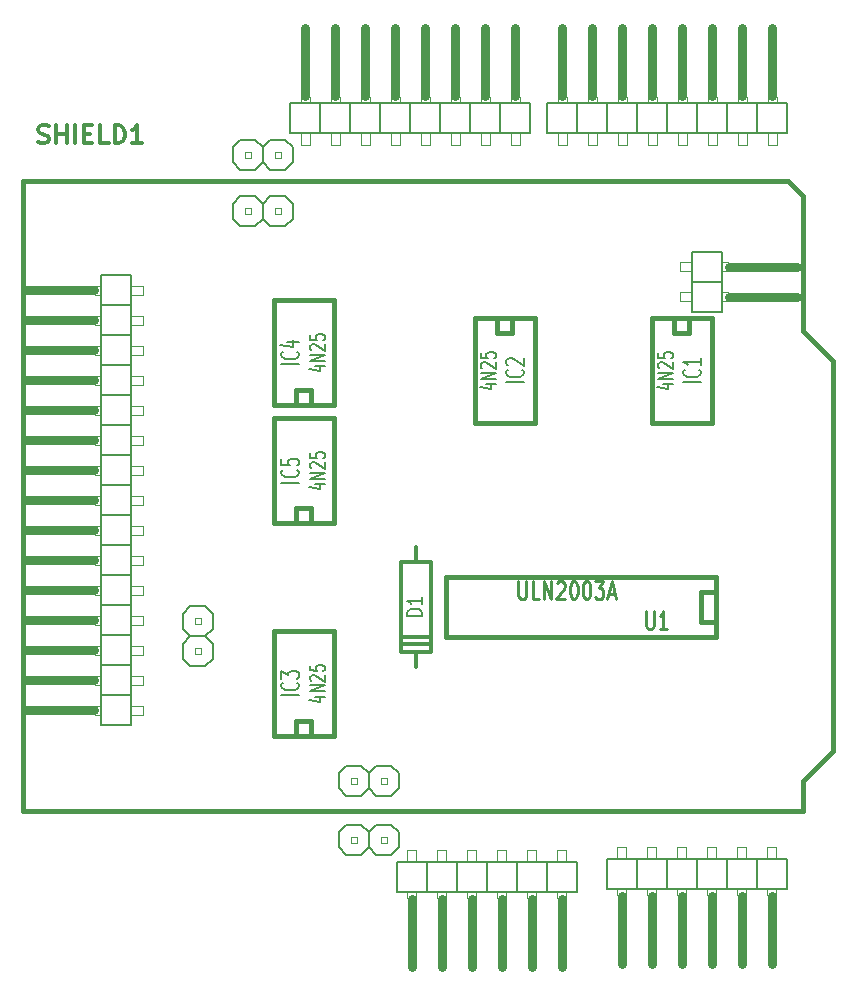
<source format=gto>
G04 (created by PCBNEW (2013-07-07 BZR 4022)-stable) date 19-01-2019 19:24:24*
%MOIN*%
G04 Gerber Fmt 3.4, Leading zero omitted, Abs format*
%FSLAX34Y34*%
G01*
G70*
G90*
G04 APERTURE LIST*
%ADD10C,0.00590551*%
%ADD11C,0.0026*%
%ADD12C,0.006*%
%ADD13C,0.03*%
%ADD14C,0.015*%
%ADD15C,0.012*%
%ADD16C,0.01125*%
%ADD17C,0.008*%
G04 APERTURE END LIST*
G54D10*
G54D11*
X61561Y-64039D02*
X61561Y-63739D01*
X61561Y-63739D02*
X61361Y-63739D01*
X61361Y-64039D02*
X61361Y-63739D01*
X61561Y-64039D02*
X61361Y-64039D01*
X61561Y-63039D02*
X61561Y-62739D01*
X61561Y-62739D02*
X61361Y-62739D01*
X61361Y-63039D02*
X61361Y-62739D01*
X61561Y-63039D02*
X61361Y-63039D01*
X61561Y-62039D02*
X61561Y-61739D01*
X61561Y-61739D02*
X61361Y-61739D01*
X61361Y-62039D02*
X61361Y-61739D01*
X61561Y-62039D02*
X61361Y-62039D01*
X61561Y-61039D02*
X61561Y-60739D01*
X61561Y-60739D02*
X61361Y-60739D01*
X61361Y-61039D02*
X61361Y-60739D01*
X61561Y-61039D02*
X61361Y-61039D01*
X61561Y-60039D02*
X61561Y-59738D01*
X61561Y-59738D02*
X61361Y-59738D01*
X61361Y-60039D02*
X61361Y-59738D01*
X61561Y-60039D02*
X61361Y-60039D01*
X61561Y-59039D02*
X61561Y-58739D01*
X61561Y-58739D02*
X61361Y-58739D01*
X61361Y-59039D02*
X61361Y-58739D01*
X61561Y-59039D02*
X61361Y-59039D01*
X61561Y-58039D02*
X61561Y-57739D01*
X61561Y-57739D02*
X61361Y-57739D01*
X61361Y-58039D02*
X61361Y-57739D01*
X61561Y-58039D02*
X61361Y-58039D01*
X61561Y-57039D02*
X61561Y-56739D01*
X61561Y-56739D02*
X61361Y-56739D01*
X61361Y-57039D02*
X61361Y-56739D01*
X61561Y-57039D02*
X61361Y-57039D01*
X61561Y-56039D02*
X61561Y-55739D01*
X61561Y-55739D02*
X61361Y-55739D01*
X61361Y-56039D02*
X61361Y-55739D01*
X61561Y-56039D02*
X61361Y-56039D01*
X61561Y-55039D02*
X61561Y-54739D01*
X61561Y-54739D02*
X61361Y-54739D01*
X61361Y-55039D02*
X61361Y-54739D01*
X61561Y-55039D02*
X61361Y-55039D01*
X61561Y-54040D02*
X61561Y-53739D01*
X61561Y-53739D02*
X61361Y-53739D01*
X61361Y-54040D02*
X61361Y-53739D01*
X61561Y-54040D02*
X61361Y-54040D01*
X61561Y-53039D02*
X61561Y-52739D01*
X61561Y-52739D02*
X61361Y-52739D01*
X61361Y-53039D02*
X61361Y-52739D01*
X61561Y-53039D02*
X61361Y-53039D01*
X61561Y-52039D02*
X61561Y-51739D01*
X61561Y-51739D02*
X61361Y-51739D01*
X61361Y-52039D02*
X61361Y-51739D01*
X61561Y-52039D02*
X61361Y-52039D01*
X61561Y-51039D02*
X61561Y-50739D01*
X61561Y-50739D02*
X61361Y-50739D01*
X61361Y-51039D02*
X61361Y-50739D01*
X61561Y-51039D02*
X61361Y-51039D01*
X61561Y-50039D02*
X61561Y-49739D01*
X61561Y-49739D02*
X61361Y-49739D01*
X61361Y-50039D02*
X61361Y-49739D01*
X61561Y-50039D02*
X61361Y-50039D01*
X62961Y-64039D02*
X62961Y-63739D01*
X62961Y-63739D02*
X62561Y-63739D01*
X62561Y-64039D02*
X62561Y-63739D01*
X62961Y-64039D02*
X62561Y-64039D01*
X62961Y-63039D02*
X62961Y-62739D01*
X62961Y-62739D02*
X62561Y-62739D01*
X62561Y-63039D02*
X62561Y-62739D01*
X62961Y-63039D02*
X62561Y-63039D01*
X62961Y-62039D02*
X62961Y-61739D01*
X62961Y-61739D02*
X62561Y-61739D01*
X62561Y-62039D02*
X62561Y-61739D01*
X62961Y-62039D02*
X62561Y-62039D01*
X62961Y-61039D02*
X62961Y-60739D01*
X62961Y-60739D02*
X62561Y-60739D01*
X62561Y-61039D02*
X62561Y-60739D01*
X62961Y-61039D02*
X62561Y-61039D01*
X62961Y-60039D02*
X62961Y-59738D01*
X62961Y-59738D02*
X62561Y-59738D01*
X62561Y-60039D02*
X62561Y-59738D01*
X62961Y-60039D02*
X62561Y-60039D01*
X62961Y-59039D02*
X62961Y-58739D01*
X62961Y-58739D02*
X62561Y-58739D01*
X62561Y-59039D02*
X62561Y-58739D01*
X62961Y-59039D02*
X62561Y-59039D01*
X62961Y-58039D02*
X62961Y-57739D01*
X62961Y-57739D02*
X62561Y-57739D01*
X62561Y-58039D02*
X62561Y-57739D01*
X62961Y-58039D02*
X62561Y-58039D01*
X62961Y-57039D02*
X62961Y-56739D01*
X62961Y-56739D02*
X62561Y-56739D01*
X62561Y-57039D02*
X62561Y-56739D01*
X62961Y-57039D02*
X62561Y-57039D01*
X62961Y-56039D02*
X62961Y-55739D01*
X62961Y-55739D02*
X62561Y-55739D01*
X62561Y-56039D02*
X62561Y-55739D01*
X62961Y-56039D02*
X62561Y-56039D01*
X62961Y-55039D02*
X62961Y-54739D01*
X62961Y-54739D02*
X62561Y-54739D01*
X62561Y-55039D02*
X62561Y-54739D01*
X62961Y-55039D02*
X62561Y-55039D01*
X62961Y-54040D02*
X62961Y-53739D01*
X62961Y-53739D02*
X62561Y-53739D01*
X62561Y-54040D02*
X62561Y-53739D01*
X62961Y-54040D02*
X62561Y-54040D01*
X62961Y-53039D02*
X62961Y-52739D01*
X62961Y-52739D02*
X62561Y-52739D01*
X62561Y-53039D02*
X62561Y-52739D01*
X62961Y-53039D02*
X62561Y-53039D01*
X62961Y-52039D02*
X62961Y-51739D01*
X62961Y-51739D02*
X62561Y-51739D01*
X62561Y-52039D02*
X62561Y-51739D01*
X62961Y-52039D02*
X62561Y-52039D01*
X62961Y-51039D02*
X62961Y-50739D01*
X62961Y-50739D02*
X62561Y-50739D01*
X62561Y-51039D02*
X62561Y-50739D01*
X62961Y-51039D02*
X62561Y-51039D01*
X62961Y-50039D02*
X62961Y-49739D01*
X62961Y-49739D02*
X62561Y-49739D01*
X62561Y-50039D02*
X62561Y-49739D01*
X62961Y-50039D02*
X62561Y-50039D01*
G54D12*
X62561Y-64389D02*
X62561Y-63389D01*
X62561Y-63389D02*
X61561Y-63389D01*
X61561Y-63389D02*
X61561Y-64389D01*
X61561Y-64389D02*
X62561Y-64389D01*
G54D13*
X59061Y-63889D02*
X61311Y-63889D01*
G54D12*
X62561Y-63389D02*
X62561Y-62389D01*
X62561Y-62389D02*
X61561Y-62389D01*
X61561Y-62389D02*
X61561Y-63389D01*
G54D13*
X59061Y-62889D02*
X61311Y-62889D01*
G54D12*
X62561Y-62389D02*
X62561Y-61389D01*
X62561Y-61389D02*
X61561Y-61389D01*
X61561Y-61389D02*
X61561Y-62389D01*
G54D13*
X59061Y-61889D02*
X61311Y-61889D01*
G54D12*
X62561Y-61389D02*
X62561Y-60389D01*
X62561Y-60389D02*
X61561Y-60389D01*
X61561Y-60389D02*
X61561Y-61389D01*
G54D13*
X59061Y-60889D02*
X61311Y-60889D01*
G54D12*
X62561Y-60389D02*
X62561Y-59389D01*
X62561Y-59389D02*
X61561Y-59389D01*
X61561Y-59389D02*
X61561Y-60389D01*
G54D13*
X59061Y-59889D02*
X61311Y-59889D01*
G54D12*
X62561Y-59389D02*
X62561Y-58389D01*
X62561Y-58389D02*
X61561Y-58389D01*
X61561Y-58389D02*
X61561Y-59389D01*
G54D13*
X59061Y-58889D02*
X61311Y-58889D01*
G54D12*
X62561Y-58389D02*
X62561Y-57389D01*
X62561Y-57389D02*
X61561Y-57389D01*
X61561Y-57389D02*
X61561Y-58389D01*
G54D13*
X59061Y-57889D02*
X61311Y-57889D01*
G54D12*
X62561Y-57389D02*
X62561Y-56389D01*
X62561Y-56389D02*
X61561Y-56389D01*
X61561Y-56389D02*
X61561Y-57389D01*
G54D13*
X59061Y-56889D02*
X61311Y-56889D01*
G54D12*
X62561Y-56389D02*
X62561Y-55389D01*
X62561Y-55389D02*
X61561Y-55389D01*
X61561Y-55389D02*
X61561Y-56389D01*
G54D13*
X59061Y-55889D02*
X61311Y-55889D01*
G54D12*
X62561Y-55389D02*
X62561Y-54389D01*
X62561Y-54389D02*
X61561Y-54389D01*
X61561Y-54389D02*
X61561Y-55389D01*
G54D13*
X59061Y-54889D02*
X61311Y-54889D01*
G54D12*
X62561Y-54389D02*
X62561Y-53389D01*
X62561Y-53389D02*
X61561Y-53389D01*
X61561Y-53389D02*
X61561Y-54389D01*
G54D13*
X59061Y-53889D02*
X61311Y-53889D01*
G54D12*
X62561Y-53389D02*
X62561Y-52389D01*
X62561Y-52389D02*
X61561Y-52389D01*
X61561Y-52389D02*
X61561Y-53389D01*
G54D13*
X59061Y-52889D02*
X61311Y-52889D01*
G54D12*
X62561Y-52389D02*
X62561Y-51389D01*
X62561Y-51389D02*
X61561Y-51389D01*
X61561Y-51389D02*
X61561Y-52389D01*
G54D13*
X59061Y-51889D02*
X61311Y-51889D01*
G54D12*
X62561Y-51389D02*
X62561Y-50389D01*
X62561Y-50389D02*
X61561Y-50389D01*
X61561Y-50389D02*
X61561Y-51389D01*
G54D13*
X59061Y-50889D02*
X61311Y-50889D01*
G54D12*
X62561Y-50389D02*
X62561Y-49389D01*
X62561Y-49389D02*
X61561Y-49389D01*
X61561Y-49389D02*
X61561Y-50389D01*
G54D13*
X59061Y-49889D02*
X61311Y-49889D01*
G54D11*
X76763Y-43647D02*
X77063Y-43647D01*
X77063Y-43647D02*
X77063Y-43447D01*
X76763Y-43447D02*
X77063Y-43447D01*
X76763Y-43647D02*
X76763Y-43447D01*
X77763Y-43647D02*
X78063Y-43647D01*
X78063Y-43647D02*
X78063Y-43447D01*
X77763Y-43447D02*
X78063Y-43447D01*
X77763Y-43647D02*
X77763Y-43447D01*
X78763Y-43647D02*
X79063Y-43647D01*
X79063Y-43647D02*
X79063Y-43447D01*
X78763Y-43447D02*
X79063Y-43447D01*
X78763Y-43647D02*
X78763Y-43447D01*
X79763Y-43647D02*
X80063Y-43647D01*
X80063Y-43647D02*
X80063Y-43447D01*
X79763Y-43447D02*
X80063Y-43447D01*
X79763Y-43647D02*
X79763Y-43447D01*
X80763Y-43647D02*
X81063Y-43647D01*
X81063Y-43647D02*
X81063Y-43447D01*
X80763Y-43447D02*
X81063Y-43447D01*
X80763Y-43647D02*
X80763Y-43447D01*
X81763Y-43647D02*
X82063Y-43647D01*
X82063Y-43647D02*
X82063Y-43447D01*
X81763Y-43447D02*
X82063Y-43447D01*
X81763Y-43647D02*
X81763Y-43447D01*
X82763Y-43647D02*
X83063Y-43647D01*
X83063Y-43647D02*
X83063Y-43447D01*
X82763Y-43447D02*
X83063Y-43447D01*
X82763Y-43647D02*
X82763Y-43447D01*
X83763Y-43647D02*
X84063Y-43647D01*
X84063Y-43647D02*
X84063Y-43447D01*
X83763Y-43447D02*
X84063Y-43447D01*
X83763Y-43647D02*
X83763Y-43447D01*
X76763Y-45047D02*
X77063Y-45047D01*
X77063Y-45047D02*
X77063Y-44647D01*
X76763Y-44647D02*
X77063Y-44647D01*
X76763Y-45047D02*
X76763Y-44647D01*
X77763Y-45047D02*
X78063Y-45047D01*
X78063Y-45047D02*
X78063Y-44647D01*
X77763Y-44647D02*
X78063Y-44647D01*
X77763Y-45047D02*
X77763Y-44647D01*
X78763Y-45047D02*
X79063Y-45047D01*
X79063Y-45047D02*
X79063Y-44647D01*
X78763Y-44647D02*
X79063Y-44647D01*
X78763Y-45047D02*
X78763Y-44647D01*
X79763Y-45047D02*
X80063Y-45047D01*
X80063Y-45047D02*
X80063Y-44647D01*
X79763Y-44647D02*
X80063Y-44647D01*
X79763Y-45047D02*
X79763Y-44647D01*
X80763Y-45047D02*
X81063Y-45047D01*
X81063Y-45047D02*
X81063Y-44647D01*
X80763Y-44647D02*
X81063Y-44647D01*
X80763Y-45047D02*
X80763Y-44647D01*
X81763Y-45047D02*
X82063Y-45047D01*
X82063Y-45047D02*
X82063Y-44647D01*
X81763Y-44647D02*
X82063Y-44647D01*
X81763Y-45047D02*
X81763Y-44647D01*
X82763Y-45047D02*
X83063Y-45047D01*
X83063Y-45047D02*
X83063Y-44647D01*
X82763Y-44647D02*
X83063Y-44647D01*
X82763Y-45047D02*
X82763Y-44647D01*
X83763Y-45047D02*
X84063Y-45047D01*
X84063Y-45047D02*
X84063Y-44647D01*
X83763Y-44647D02*
X84063Y-44647D01*
X83763Y-45047D02*
X83763Y-44647D01*
G54D12*
X76413Y-44647D02*
X77413Y-44647D01*
X77413Y-44647D02*
X77413Y-43647D01*
X77413Y-43647D02*
X76413Y-43647D01*
X76413Y-43647D02*
X76413Y-44647D01*
G54D13*
X76913Y-41147D02*
X76913Y-43397D01*
G54D12*
X77413Y-44647D02*
X78413Y-44647D01*
X78413Y-44647D02*
X78413Y-43647D01*
X78413Y-43647D02*
X77413Y-43647D01*
G54D13*
X77913Y-41147D02*
X77913Y-43397D01*
G54D12*
X78413Y-44647D02*
X79413Y-44647D01*
X79413Y-44647D02*
X79413Y-43647D01*
X79413Y-43647D02*
X78413Y-43647D01*
G54D13*
X78913Y-41147D02*
X78913Y-43397D01*
G54D12*
X79413Y-44647D02*
X80413Y-44647D01*
X80413Y-44647D02*
X80413Y-43647D01*
X80413Y-43647D02*
X79413Y-43647D01*
G54D13*
X79913Y-41147D02*
X79913Y-43397D01*
G54D12*
X80413Y-44647D02*
X81413Y-44647D01*
X81413Y-44647D02*
X81413Y-43647D01*
X81413Y-43647D02*
X80413Y-43647D01*
G54D13*
X80913Y-41147D02*
X80913Y-43397D01*
G54D12*
X81413Y-44647D02*
X82413Y-44647D01*
X82413Y-44647D02*
X82413Y-43647D01*
X82413Y-43647D02*
X81413Y-43647D01*
G54D13*
X81913Y-41147D02*
X81913Y-43397D01*
G54D12*
X82413Y-44647D02*
X83413Y-44647D01*
X83413Y-44647D02*
X83413Y-43647D01*
X83413Y-43647D02*
X82413Y-43647D01*
G54D13*
X82913Y-41147D02*
X82913Y-43397D01*
G54D12*
X83413Y-44647D02*
X84413Y-44647D01*
X84413Y-44647D02*
X84413Y-43647D01*
X84413Y-43647D02*
X83413Y-43647D01*
G54D13*
X83913Y-41147D02*
X83913Y-43397D01*
G54D11*
X68200Y-43647D02*
X68500Y-43647D01*
X68500Y-43647D02*
X68500Y-43447D01*
X68200Y-43447D02*
X68500Y-43447D01*
X68200Y-43647D02*
X68200Y-43447D01*
X69200Y-43647D02*
X69500Y-43647D01*
X69500Y-43647D02*
X69500Y-43447D01*
X69200Y-43447D02*
X69500Y-43447D01*
X69200Y-43647D02*
X69200Y-43447D01*
X70200Y-43647D02*
X70500Y-43647D01*
X70500Y-43647D02*
X70500Y-43447D01*
X70200Y-43447D02*
X70500Y-43447D01*
X70200Y-43647D02*
X70200Y-43447D01*
X71200Y-43647D02*
X71500Y-43647D01*
X71500Y-43647D02*
X71500Y-43447D01*
X71200Y-43447D02*
X71500Y-43447D01*
X71200Y-43647D02*
X71200Y-43447D01*
X72200Y-43647D02*
X72500Y-43647D01*
X72500Y-43647D02*
X72500Y-43447D01*
X72200Y-43447D02*
X72500Y-43447D01*
X72200Y-43647D02*
X72200Y-43447D01*
X73200Y-43647D02*
X73500Y-43647D01*
X73500Y-43647D02*
X73500Y-43447D01*
X73200Y-43447D02*
X73500Y-43447D01*
X73200Y-43647D02*
X73200Y-43447D01*
X74200Y-43647D02*
X74500Y-43647D01*
X74500Y-43647D02*
X74500Y-43447D01*
X74200Y-43447D02*
X74500Y-43447D01*
X74200Y-43647D02*
X74200Y-43447D01*
X75200Y-43647D02*
X75500Y-43647D01*
X75500Y-43647D02*
X75500Y-43447D01*
X75200Y-43447D02*
X75500Y-43447D01*
X75200Y-43647D02*
X75200Y-43447D01*
X68200Y-45047D02*
X68500Y-45047D01*
X68500Y-45047D02*
X68500Y-44647D01*
X68200Y-44647D02*
X68500Y-44647D01*
X68200Y-45047D02*
X68200Y-44647D01*
X69200Y-45047D02*
X69500Y-45047D01*
X69500Y-45047D02*
X69500Y-44647D01*
X69200Y-44647D02*
X69500Y-44647D01*
X69200Y-45047D02*
X69200Y-44647D01*
X70200Y-45047D02*
X70500Y-45047D01*
X70500Y-45047D02*
X70500Y-44647D01*
X70200Y-44647D02*
X70500Y-44647D01*
X70200Y-45047D02*
X70200Y-44647D01*
X71200Y-45047D02*
X71500Y-45047D01*
X71500Y-45047D02*
X71500Y-44647D01*
X71200Y-44647D02*
X71500Y-44647D01*
X71200Y-45047D02*
X71200Y-44647D01*
X72200Y-45047D02*
X72500Y-45047D01*
X72500Y-45047D02*
X72500Y-44647D01*
X72200Y-44647D02*
X72500Y-44647D01*
X72200Y-45047D02*
X72200Y-44647D01*
X73200Y-45047D02*
X73500Y-45047D01*
X73500Y-45047D02*
X73500Y-44647D01*
X73200Y-44647D02*
X73500Y-44647D01*
X73200Y-45047D02*
X73200Y-44647D01*
X74200Y-45047D02*
X74500Y-45047D01*
X74500Y-45047D02*
X74500Y-44647D01*
X74200Y-44647D02*
X74500Y-44647D01*
X74200Y-45047D02*
X74200Y-44647D01*
X75200Y-45047D02*
X75500Y-45047D01*
X75500Y-45047D02*
X75500Y-44647D01*
X75200Y-44647D02*
X75500Y-44647D01*
X75200Y-45047D02*
X75200Y-44647D01*
G54D12*
X67850Y-44647D02*
X68850Y-44647D01*
X68850Y-44647D02*
X68850Y-43647D01*
X68850Y-43647D02*
X67850Y-43647D01*
X67850Y-43647D02*
X67850Y-44647D01*
G54D13*
X68350Y-41147D02*
X68350Y-43397D01*
G54D12*
X68850Y-44647D02*
X69850Y-44647D01*
X69850Y-44647D02*
X69850Y-43647D01*
X69850Y-43647D02*
X68850Y-43647D01*
G54D13*
X69350Y-41147D02*
X69350Y-43397D01*
G54D12*
X69850Y-44647D02*
X70850Y-44647D01*
X70850Y-44647D02*
X70850Y-43647D01*
X70850Y-43647D02*
X69850Y-43647D01*
G54D13*
X70350Y-41147D02*
X70350Y-43397D01*
G54D12*
X70850Y-44647D02*
X71850Y-44647D01*
X71850Y-44647D02*
X71850Y-43647D01*
X71850Y-43647D02*
X70850Y-43647D01*
G54D13*
X71350Y-41147D02*
X71350Y-43397D01*
G54D12*
X71850Y-44647D02*
X72850Y-44647D01*
X72850Y-44647D02*
X72850Y-43647D01*
X72850Y-43647D02*
X71850Y-43647D01*
G54D13*
X72350Y-41147D02*
X72350Y-43397D01*
G54D12*
X72850Y-44647D02*
X73850Y-44647D01*
X73850Y-44647D02*
X73850Y-43647D01*
X73850Y-43647D02*
X72850Y-43647D01*
G54D13*
X73350Y-41147D02*
X73350Y-43397D01*
G54D12*
X73850Y-44647D02*
X74850Y-44647D01*
X74850Y-44647D02*
X74850Y-43647D01*
X74850Y-43647D02*
X73850Y-43647D01*
G54D13*
X74350Y-41147D02*
X74350Y-43397D01*
G54D12*
X74850Y-44647D02*
X75850Y-44647D01*
X75850Y-44647D02*
X75850Y-43647D01*
X75850Y-43647D02*
X74850Y-43647D01*
G54D13*
X75350Y-41147D02*
X75350Y-43397D01*
G54D11*
X77059Y-69935D02*
X76759Y-69935D01*
X76759Y-69935D02*
X76759Y-70135D01*
X77059Y-70135D02*
X76759Y-70135D01*
X77059Y-69935D02*
X77059Y-70135D01*
X76059Y-69935D02*
X75759Y-69935D01*
X75759Y-69935D02*
X75759Y-70135D01*
X76059Y-70135D02*
X75759Y-70135D01*
X76059Y-69935D02*
X76059Y-70135D01*
X75059Y-69935D02*
X74759Y-69935D01*
X74759Y-69935D02*
X74759Y-70135D01*
X75059Y-70135D02*
X74759Y-70135D01*
X75059Y-69935D02*
X75059Y-70135D01*
X74059Y-69935D02*
X73759Y-69935D01*
X73759Y-69935D02*
X73759Y-70135D01*
X74059Y-70135D02*
X73759Y-70135D01*
X74059Y-69935D02*
X74059Y-70135D01*
X73059Y-69935D02*
X72759Y-69935D01*
X72759Y-69935D02*
X72759Y-70135D01*
X73059Y-70135D02*
X72759Y-70135D01*
X73059Y-69935D02*
X73059Y-70135D01*
X72059Y-69935D02*
X71759Y-69935D01*
X71759Y-69935D02*
X71759Y-70135D01*
X72059Y-70135D02*
X71759Y-70135D01*
X72059Y-69935D02*
X72059Y-70135D01*
X77059Y-68535D02*
X76759Y-68535D01*
X76759Y-68535D02*
X76759Y-68935D01*
X77059Y-68935D02*
X76759Y-68935D01*
X77059Y-68535D02*
X77059Y-68935D01*
X76059Y-68535D02*
X75759Y-68535D01*
X75759Y-68535D02*
X75759Y-68935D01*
X76059Y-68935D02*
X75759Y-68935D01*
X76059Y-68535D02*
X76059Y-68935D01*
X75059Y-68535D02*
X74759Y-68535D01*
X74759Y-68535D02*
X74759Y-68935D01*
X75059Y-68935D02*
X74759Y-68935D01*
X75059Y-68535D02*
X75059Y-68935D01*
X74059Y-68535D02*
X73759Y-68535D01*
X73759Y-68535D02*
X73759Y-68935D01*
X74059Y-68935D02*
X73759Y-68935D01*
X74059Y-68535D02*
X74059Y-68935D01*
X73059Y-68535D02*
X72759Y-68535D01*
X72759Y-68535D02*
X72759Y-68935D01*
X73059Y-68935D02*
X72759Y-68935D01*
X73059Y-68535D02*
X73059Y-68935D01*
X72059Y-68535D02*
X71759Y-68535D01*
X71759Y-68535D02*
X71759Y-68935D01*
X72059Y-68935D02*
X71759Y-68935D01*
X72059Y-68535D02*
X72059Y-68935D01*
G54D12*
X77409Y-68935D02*
X76409Y-68935D01*
X76409Y-68935D02*
X76409Y-69935D01*
X76409Y-69935D02*
X77409Y-69935D01*
X77409Y-69935D02*
X77409Y-68935D01*
G54D13*
X76909Y-72435D02*
X76909Y-70185D01*
G54D12*
X76409Y-68935D02*
X75409Y-68935D01*
X75409Y-68935D02*
X75409Y-69935D01*
X75409Y-69935D02*
X76409Y-69935D01*
G54D13*
X75909Y-72435D02*
X75909Y-70185D01*
G54D12*
X75409Y-68935D02*
X74409Y-68935D01*
X74409Y-68935D02*
X74409Y-69935D01*
X74409Y-69935D02*
X75409Y-69935D01*
G54D13*
X74909Y-72435D02*
X74909Y-70185D01*
G54D12*
X74409Y-68935D02*
X73409Y-68935D01*
X73409Y-68935D02*
X73409Y-69935D01*
X73409Y-69935D02*
X74409Y-69935D01*
G54D13*
X73909Y-72435D02*
X73909Y-70185D01*
G54D12*
X73409Y-68935D02*
X72409Y-68935D01*
X72409Y-68935D02*
X72409Y-69935D01*
X72409Y-69935D02*
X73409Y-69935D01*
G54D13*
X72909Y-72435D02*
X72909Y-70185D01*
G54D12*
X72409Y-68935D02*
X71409Y-68935D01*
X71409Y-68935D02*
X71409Y-69935D01*
X71409Y-69935D02*
X72409Y-69935D01*
G54D13*
X71909Y-72435D02*
X71909Y-70185D01*
G54D11*
X82238Y-48948D02*
X82238Y-49248D01*
X82238Y-49248D02*
X82438Y-49248D01*
X82438Y-48948D02*
X82438Y-49248D01*
X82238Y-48948D02*
X82438Y-48948D01*
X82238Y-49948D02*
X82238Y-50248D01*
X82238Y-50248D02*
X82438Y-50248D01*
X82438Y-49948D02*
X82438Y-50248D01*
X82238Y-49948D02*
X82438Y-49948D01*
X80838Y-48948D02*
X80838Y-49248D01*
X80838Y-49248D02*
X81238Y-49248D01*
X81238Y-48948D02*
X81238Y-49248D01*
X80838Y-48948D02*
X81238Y-48948D01*
X80838Y-49948D02*
X80838Y-50248D01*
X80838Y-50248D02*
X81238Y-50248D01*
X81238Y-49948D02*
X81238Y-50248D01*
X80838Y-49948D02*
X81238Y-49948D01*
G54D12*
X81238Y-48598D02*
X81238Y-49598D01*
X81238Y-49598D02*
X82238Y-49598D01*
X82238Y-49598D02*
X82238Y-48598D01*
X82238Y-48598D02*
X81238Y-48598D01*
G54D13*
X84738Y-49098D02*
X82488Y-49098D01*
G54D12*
X81238Y-49598D02*
X81238Y-50598D01*
X81238Y-50598D02*
X82238Y-50598D01*
X82238Y-50598D02*
X82238Y-49598D01*
G54D13*
X84738Y-50098D02*
X82488Y-50098D01*
G54D11*
X66329Y-45474D02*
X66529Y-45474D01*
X66529Y-45474D02*
X66529Y-45274D01*
X66329Y-45274D02*
X66529Y-45274D01*
X66329Y-45474D02*
X66329Y-45274D01*
X67329Y-45474D02*
X67529Y-45474D01*
X67529Y-45474D02*
X67529Y-45274D01*
X67329Y-45274D02*
X67529Y-45274D01*
X67329Y-45474D02*
X67329Y-45274D01*
G54D12*
X66179Y-44874D02*
X66679Y-44874D01*
X66679Y-44874D02*
X66929Y-45124D01*
X66929Y-45124D02*
X66929Y-45624D01*
X66929Y-45624D02*
X66679Y-45874D01*
X65929Y-45124D02*
X65929Y-45624D01*
X66179Y-44874D02*
X65929Y-45124D01*
X65929Y-45624D02*
X66179Y-45874D01*
X66679Y-45874D02*
X66179Y-45874D01*
X66929Y-45124D02*
X67179Y-44874D01*
X67179Y-44874D02*
X67679Y-44874D01*
X67679Y-44874D02*
X67929Y-45124D01*
X67929Y-45124D02*
X67929Y-45624D01*
X67929Y-45624D02*
X67679Y-45874D01*
X67679Y-45874D02*
X67179Y-45874D01*
X67179Y-45874D02*
X66929Y-45624D01*
G54D11*
X69872Y-68308D02*
X70072Y-68308D01*
X70072Y-68308D02*
X70072Y-68108D01*
X69872Y-68108D02*
X70072Y-68108D01*
X69872Y-68308D02*
X69872Y-68108D01*
X70872Y-68308D02*
X71072Y-68308D01*
X71072Y-68308D02*
X71072Y-68108D01*
X70872Y-68108D02*
X71072Y-68108D01*
X70872Y-68308D02*
X70872Y-68108D01*
G54D12*
X69722Y-67708D02*
X70222Y-67708D01*
X70222Y-67708D02*
X70472Y-67958D01*
X70472Y-67958D02*
X70472Y-68458D01*
X70472Y-68458D02*
X70222Y-68708D01*
X69472Y-67958D02*
X69472Y-68458D01*
X69722Y-67708D02*
X69472Y-67958D01*
X69472Y-68458D02*
X69722Y-68708D01*
X70222Y-68708D02*
X69722Y-68708D01*
X70472Y-67958D02*
X70722Y-67708D01*
X70722Y-67708D02*
X71222Y-67708D01*
X71222Y-67708D02*
X71472Y-67958D01*
X71472Y-67958D02*
X71472Y-68458D01*
X71472Y-68458D02*
X71222Y-68708D01*
X71222Y-68708D02*
X70722Y-68708D01*
X70722Y-68708D02*
X70472Y-68458D01*
G54D11*
X64663Y-60817D02*
X64663Y-61017D01*
X64663Y-61017D02*
X64863Y-61017D01*
X64863Y-60817D02*
X64863Y-61017D01*
X64663Y-60817D02*
X64863Y-60817D01*
X64663Y-61817D02*
X64663Y-62017D01*
X64663Y-62017D02*
X64863Y-62017D01*
X64863Y-61817D02*
X64863Y-62017D01*
X64663Y-61817D02*
X64863Y-61817D01*
G54D12*
X65263Y-60667D02*
X65263Y-61167D01*
X65263Y-61167D02*
X65013Y-61417D01*
X65013Y-61417D02*
X64513Y-61417D01*
X64513Y-61417D02*
X64263Y-61167D01*
X65013Y-60417D02*
X64513Y-60417D01*
X65263Y-60667D02*
X65013Y-60417D01*
X64513Y-60417D02*
X64263Y-60667D01*
X64263Y-61167D02*
X64263Y-60667D01*
X65013Y-61417D02*
X65263Y-61667D01*
X65263Y-61667D02*
X65263Y-62167D01*
X65263Y-62167D02*
X65013Y-62417D01*
X65013Y-62417D02*
X64513Y-62417D01*
X64513Y-62417D02*
X64263Y-62167D01*
X64263Y-62167D02*
X64263Y-61667D01*
X64263Y-61667D02*
X64513Y-61417D01*
G54D14*
X67307Y-53718D02*
X67307Y-50218D01*
X67307Y-50218D02*
X69307Y-50218D01*
X69307Y-50218D02*
X69307Y-53718D01*
X69307Y-53718D02*
X67307Y-53718D01*
X68057Y-53718D02*
X68057Y-53218D01*
X68057Y-53218D02*
X68557Y-53218D01*
X68557Y-53218D02*
X68557Y-53718D01*
X67307Y-64742D02*
X67307Y-61242D01*
X67307Y-61242D02*
X69307Y-61242D01*
X69307Y-61242D02*
X69307Y-64742D01*
X69307Y-64742D02*
X67307Y-64742D01*
X68057Y-64742D02*
X68057Y-64242D01*
X68057Y-64242D02*
X68557Y-64242D01*
X68557Y-64242D02*
X68557Y-64742D01*
X67307Y-57655D02*
X67307Y-54155D01*
X67307Y-54155D02*
X69307Y-54155D01*
X69307Y-54155D02*
X69307Y-57655D01*
X69307Y-57655D02*
X67307Y-57655D01*
X68057Y-57655D02*
X68057Y-57155D01*
X68057Y-57155D02*
X68557Y-57155D01*
X68557Y-57155D02*
X68557Y-57655D01*
X76000Y-50809D02*
X76000Y-54309D01*
X76000Y-54309D02*
X74000Y-54309D01*
X74000Y-54309D02*
X74000Y-50809D01*
X74000Y-50809D02*
X76000Y-50809D01*
X75250Y-50809D02*
X75250Y-51309D01*
X75250Y-51309D02*
X74750Y-51309D01*
X74750Y-51309D02*
X74750Y-50809D01*
X81905Y-50809D02*
X81905Y-54309D01*
X81905Y-54309D02*
X79905Y-54309D01*
X79905Y-54309D02*
X79905Y-50809D01*
X79905Y-50809D02*
X81905Y-50809D01*
X81155Y-50809D02*
X81155Y-51309D01*
X81155Y-51309D02*
X80655Y-51309D01*
X80655Y-51309D02*
X80655Y-50809D01*
X82059Y-60933D02*
X82059Y-60933D01*
X82059Y-60933D02*
X81559Y-60933D01*
X81559Y-60933D02*
X81559Y-59933D01*
X81559Y-59933D02*
X82059Y-59933D01*
X82059Y-61433D02*
X73059Y-61433D01*
X73059Y-61433D02*
X73059Y-59433D01*
X73059Y-59433D02*
X82059Y-59433D01*
X82059Y-59433D02*
X82059Y-61433D01*
G54D15*
X72547Y-58933D02*
X72547Y-61933D01*
X72547Y-61933D02*
X71547Y-61933D01*
X71547Y-61933D02*
X71547Y-58933D01*
X71547Y-58933D02*
X72547Y-58933D01*
X72547Y-61683D02*
X71547Y-61683D01*
X71547Y-61433D02*
X72547Y-61433D01*
X72047Y-58933D02*
X72047Y-58433D01*
X72047Y-61933D02*
X72047Y-62433D01*
G54D14*
X84933Y-51240D02*
X84933Y-46740D01*
X84933Y-46740D02*
X84433Y-46240D01*
X84433Y-46240D02*
X58933Y-46240D01*
X84933Y-67240D02*
X58933Y-67240D01*
X58933Y-67240D02*
X58933Y-46240D01*
X84933Y-51240D02*
X85933Y-52240D01*
X85933Y-52240D02*
X85933Y-65240D01*
X85933Y-65240D02*
X84933Y-66240D01*
X84933Y-66240D02*
X84933Y-67240D01*
G54D11*
X84047Y-69836D02*
X83747Y-69836D01*
X83747Y-69836D02*
X83747Y-70036D01*
X84047Y-70036D02*
X83747Y-70036D01*
X84047Y-69836D02*
X84047Y-70036D01*
X83047Y-69836D02*
X82747Y-69836D01*
X82747Y-69836D02*
X82747Y-70036D01*
X83047Y-70036D02*
X82747Y-70036D01*
X83047Y-69836D02*
X83047Y-70036D01*
X82047Y-69836D02*
X81747Y-69836D01*
X81747Y-69836D02*
X81747Y-70036D01*
X82047Y-70036D02*
X81747Y-70036D01*
X82047Y-69836D02*
X82047Y-70036D01*
X81047Y-69836D02*
X80747Y-69836D01*
X80747Y-69836D02*
X80747Y-70036D01*
X81047Y-70036D02*
X80747Y-70036D01*
X81047Y-69836D02*
X81047Y-70036D01*
X80047Y-69836D02*
X79747Y-69836D01*
X79747Y-69836D02*
X79747Y-70036D01*
X80047Y-70036D02*
X79747Y-70036D01*
X80047Y-69836D02*
X80047Y-70036D01*
X79047Y-69836D02*
X78747Y-69836D01*
X78747Y-69836D02*
X78747Y-70036D01*
X79047Y-70036D02*
X78747Y-70036D01*
X79047Y-69836D02*
X79047Y-70036D01*
X84047Y-68436D02*
X83747Y-68436D01*
X83747Y-68436D02*
X83747Y-68836D01*
X84047Y-68836D02*
X83747Y-68836D01*
X84047Y-68436D02*
X84047Y-68836D01*
X83047Y-68436D02*
X82747Y-68436D01*
X82747Y-68436D02*
X82747Y-68836D01*
X83047Y-68836D02*
X82747Y-68836D01*
X83047Y-68436D02*
X83047Y-68836D01*
X82047Y-68436D02*
X81747Y-68436D01*
X81747Y-68436D02*
X81747Y-68836D01*
X82047Y-68836D02*
X81747Y-68836D01*
X82047Y-68436D02*
X82047Y-68836D01*
X81047Y-68436D02*
X80747Y-68436D01*
X80747Y-68436D02*
X80747Y-68836D01*
X81047Y-68836D02*
X80747Y-68836D01*
X81047Y-68436D02*
X81047Y-68836D01*
X80047Y-68436D02*
X79747Y-68436D01*
X79747Y-68436D02*
X79747Y-68836D01*
X80047Y-68836D02*
X79747Y-68836D01*
X80047Y-68436D02*
X80047Y-68836D01*
X79047Y-68436D02*
X78747Y-68436D01*
X78747Y-68436D02*
X78747Y-68836D01*
X79047Y-68836D02*
X78747Y-68836D01*
X79047Y-68436D02*
X79047Y-68836D01*
G54D12*
X84397Y-68836D02*
X83397Y-68836D01*
X83397Y-68836D02*
X83397Y-69836D01*
X83397Y-69836D02*
X84397Y-69836D01*
X84397Y-69836D02*
X84397Y-68836D01*
G54D13*
X83897Y-72336D02*
X83897Y-70086D01*
G54D12*
X83397Y-68836D02*
X82397Y-68836D01*
X82397Y-68836D02*
X82397Y-69836D01*
X82397Y-69836D02*
X83397Y-69836D01*
G54D13*
X82897Y-72336D02*
X82897Y-70086D01*
G54D12*
X82397Y-68836D02*
X81397Y-68836D01*
X81397Y-68836D02*
X81397Y-69836D01*
X81397Y-69836D02*
X82397Y-69836D01*
G54D13*
X81897Y-72336D02*
X81897Y-70086D01*
G54D12*
X81397Y-68836D02*
X80397Y-68836D01*
X80397Y-68836D02*
X80397Y-69836D01*
X80397Y-69836D02*
X81397Y-69836D01*
G54D13*
X80897Y-72336D02*
X80897Y-70086D01*
G54D12*
X80397Y-68836D02*
X79397Y-68836D01*
X79397Y-68836D02*
X79397Y-69836D01*
X79397Y-69836D02*
X80397Y-69836D01*
G54D13*
X79897Y-72336D02*
X79897Y-70086D01*
G54D12*
X79397Y-68836D02*
X78397Y-68836D01*
X78397Y-68836D02*
X78397Y-69836D01*
X78397Y-69836D02*
X79397Y-69836D01*
G54D13*
X78897Y-72336D02*
X78897Y-70086D01*
G54D11*
X69872Y-66340D02*
X70072Y-66340D01*
X70072Y-66340D02*
X70072Y-66140D01*
X69872Y-66140D02*
X70072Y-66140D01*
X69872Y-66340D02*
X69872Y-66140D01*
X70872Y-66340D02*
X71072Y-66340D01*
X71072Y-66340D02*
X71072Y-66140D01*
X70872Y-66140D02*
X71072Y-66140D01*
X70872Y-66340D02*
X70872Y-66140D01*
G54D12*
X69722Y-65740D02*
X70222Y-65740D01*
X70222Y-65740D02*
X70472Y-65990D01*
X70472Y-65990D02*
X70472Y-66490D01*
X70472Y-66490D02*
X70222Y-66740D01*
X69472Y-65990D02*
X69472Y-66490D01*
X69722Y-65740D02*
X69472Y-65990D01*
X69472Y-66490D02*
X69722Y-66740D01*
X70222Y-66740D02*
X69722Y-66740D01*
X70472Y-65990D02*
X70722Y-65740D01*
X70722Y-65740D02*
X71222Y-65740D01*
X71222Y-65740D02*
X71472Y-65990D01*
X71472Y-65990D02*
X71472Y-66490D01*
X71472Y-66490D02*
X71222Y-66740D01*
X71222Y-66740D02*
X70722Y-66740D01*
X70722Y-66740D02*
X70472Y-66490D01*
G54D11*
X66329Y-47344D02*
X66529Y-47344D01*
X66529Y-47344D02*
X66529Y-47144D01*
X66329Y-47144D02*
X66529Y-47144D01*
X66329Y-47344D02*
X66329Y-47144D01*
X67329Y-47344D02*
X67529Y-47344D01*
X67529Y-47344D02*
X67529Y-47144D01*
X67329Y-47144D02*
X67529Y-47144D01*
X67329Y-47344D02*
X67329Y-47144D01*
G54D12*
X66179Y-46744D02*
X66679Y-46744D01*
X66679Y-46744D02*
X66929Y-46994D01*
X66929Y-46994D02*
X66929Y-47494D01*
X66929Y-47494D02*
X66679Y-47744D01*
X65929Y-46994D02*
X65929Y-47494D01*
X66179Y-46744D02*
X65929Y-46994D01*
X65929Y-47494D02*
X66179Y-47744D01*
X66679Y-47744D02*
X66179Y-47744D01*
X66929Y-46994D02*
X67179Y-46744D01*
X67179Y-46744D02*
X67679Y-46744D01*
X67679Y-46744D02*
X67929Y-46994D01*
X67929Y-46994D02*
X67929Y-47494D01*
X67929Y-47494D02*
X67679Y-47744D01*
X67679Y-47744D02*
X67179Y-47744D01*
X67179Y-47744D02*
X66929Y-47494D01*
X68149Y-52358D02*
X67549Y-52358D01*
X68092Y-51939D02*
X68121Y-51958D01*
X68149Y-52016D01*
X68149Y-52054D01*
X68121Y-52111D01*
X68064Y-52149D01*
X68007Y-52168D01*
X67892Y-52187D01*
X67807Y-52187D01*
X67692Y-52168D01*
X67635Y-52149D01*
X67578Y-52111D01*
X67549Y-52054D01*
X67549Y-52016D01*
X67578Y-51958D01*
X67607Y-51939D01*
X67749Y-51597D02*
X68149Y-51597D01*
X67521Y-51692D02*
X67949Y-51787D01*
X67949Y-51539D01*
X68676Y-52418D02*
X69009Y-52418D01*
X68485Y-52501D02*
X68842Y-52585D01*
X68842Y-52368D01*
X69009Y-52235D02*
X68509Y-52235D01*
X69009Y-52035D01*
X68509Y-52035D01*
X68557Y-51885D02*
X68533Y-51868D01*
X68509Y-51835D01*
X68509Y-51751D01*
X68533Y-51718D01*
X68557Y-51701D01*
X68604Y-51685D01*
X68652Y-51685D01*
X68723Y-51701D01*
X69009Y-51901D01*
X69009Y-51685D01*
X68509Y-51368D02*
X68509Y-51535D01*
X68747Y-51551D01*
X68723Y-51535D01*
X68699Y-51501D01*
X68699Y-51418D01*
X68723Y-51385D01*
X68747Y-51368D01*
X68795Y-51351D01*
X68914Y-51351D01*
X68961Y-51368D01*
X68985Y-51385D01*
X69009Y-51418D01*
X69009Y-51501D01*
X68985Y-51535D01*
X68961Y-51551D01*
X68149Y-63382D02*
X67549Y-63382D01*
X68092Y-62963D02*
X68121Y-62982D01*
X68149Y-63039D01*
X68149Y-63077D01*
X68121Y-63134D01*
X68064Y-63173D01*
X68007Y-63192D01*
X67892Y-63211D01*
X67807Y-63211D01*
X67692Y-63192D01*
X67635Y-63173D01*
X67578Y-63134D01*
X67549Y-63077D01*
X67549Y-63039D01*
X67578Y-62982D01*
X67607Y-62963D01*
X67549Y-62830D02*
X67549Y-62582D01*
X67778Y-62715D01*
X67778Y-62658D01*
X67807Y-62620D01*
X67835Y-62601D01*
X67892Y-62582D01*
X68035Y-62582D01*
X68092Y-62601D01*
X68121Y-62620D01*
X68149Y-62658D01*
X68149Y-62773D01*
X68121Y-62811D01*
X68092Y-62830D01*
X68676Y-63442D02*
X69009Y-63442D01*
X68485Y-63525D02*
X68842Y-63608D01*
X68842Y-63392D01*
X69009Y-63258D02*
X68509Y-63258D01*
X69009Y-63058D01*
X68509Y-63058D01*
X68557Y-62908D02*
X68533Y-62892D01*
X68509Y-62858D01*
X68509Y-62775D01*
X68533Y-62742D01*
X68557Y-62725D01*
X68604Y-62708D01*
X68652Y-62708D01*
X68723Y-62725D01*
X69009Y-62925D01*
X69009Y-62708D01*
X68509Y-62392D02*
X68509Y-62558D01*
X68747Y-62575D01*
X68723Y-62558D01*
X68699Y-62525D01*
X68699Y-62442D01*
X68723Y-62408D01*
X68747Y-62392D01*
X68795Y-62375D01*
X68914Y-62375D01*
X68961Y-62392D01*
X68985Y-62408D01*
X69009Y-62442D01*
X69009Y-62525D01*
X68985Y-62558D01*
X68961Y-62575D01*
X68149Y-56295D02*
X67549Y-56295D01*
X68092Y-55876D02*
X68121Y-55895D01*
X68149Y-55953D01*
X68149Y-55991D01*
X68121Y-56048D01*
X68064Y-56086D01*
X68007Y-56105D01*
X67892Y-56124D01*
X67807Y-56124D01*
X67692Y-56105D01*
X67635Y-56086D01*
X67578Y-56048D01*
X67549Y-55991D01*
X67549Y-55953D01*
X67578Y-55895D01*
X67607Y-55876D01*
X67549Y-55515D02*
X67549Y-55705D01*
X67835Y-55724D01*
X67807Y-55705D01*
X67778Y-55667D01*
X67778Y-55572D01*
X67807Y-55534D01*
X67835Y-55515D01*
X67892Y-55495D01*
X68035Y-55495D01*
X68092Y-55515D01*
X68121Y-55534D01*
X68149Y-55572D01*
X68149Y-55667D01*
X68121Y-55705D01*
X68092Y-55724D01*
X68676Y-56355D02*
X69009Y-56355D01*
X68485Y-56438D02*
X68842Y-56522D01*
X68842Y-56305D01*
X69009Y-56172D02*
X68509Y-56172D01*
X69009Y-55972D01*
X68509Y-55972D01*
X68557Y-55822D02*
X68533Y-55805D01*
X68509Y-55772D01*
X68509Y-55688D01*
X68533Y-55655D01*
X68557Y-55638D01*
X68604Y-55622D01*
X68652Y-55622D01*
X68723Y-55638D01*
X69009Y-55838D01*
X69009Y-55622D01*
X68509Y-55305D02*
X68509Y-55472D01*
X68747Y-55488D01*
X68723Y-55472D01*
X68699Y-55438D01*
X68699Y-55355D01*
X68723Y-55322D01*
X68747Y-55305D01*
X68795Y-55288D01*
X68914Y-55288D01*
X68961Y-55305D01*
X68985Y-55322D01*
X69009Y-55355D01*
X69009Y-55438D01*
X68985Y-55472D01*
X68961Y-55488D01*
X75642Y-52949D02*
X75042Y-52949D01*
X75585Y-52530D02*
X75614Y-52549D01*
X75642Y-52606D01*
X75642Y-52644D01*
X75614Y-52701D01*
X75557Y-52740D01*
X75500Y-52759D01*
X75385Y-52778D01*
X75300Y-52778D01*
X75185Y-52759D01*
X75128Y-52740D01*
X75071Y-52701D01*
X75042Y-52644D01*
X75042Y-52606D01*
X75071Y-52549D01*
X75100Y-52530D01*
X75100Y-52378D02*
X75071Y-52359D01*
X75042Y-52320D01*
X75042Y-52225D01*
X75071Y-52187D01*
X75100Y-52168D01*
X75157Y-52149D01*
X75214Y-52149D01*
X75300Y-52168D01*
X75642Y-52397D01*
X75642Y-52149D01*
X74369Y-53009D02*
X74702Y-53009D01*
X74178Y-53092D02*
X74535Y-53175D01*
X74535Y-52959D01*
X74702Y-52825D02*
X74202Y-52825D01*
X74702Y-52625D01*
X74202Y-52625D01*
X74250Y-52475D02*
X74226Y-52459D01*
X74202Y-52425D01*
X74202Y-52342D01*
X74226Y-52309D01*
X74250Y-52292D01*
X74297Y-52275D01*
X74345Y-52275D01*
X74416Y-52292D01*
X74702Y-52492D01*
X74702Y-52275D01*
X74202Y-51959D02*
X74202Y-52125D01*
X74440Y-52142D01*
X74416Y-52125D01*
X74392Y-52092D01*
X74392Y-52009D01*
X74416Y-51975D01*
X74440Y-51959D01*
X74488Y-51942D01*
X74607Y-51942D01*
X74654Y-51959D01*
X74678Y-51975D01*
X74702Y-52009D01*
X74702Y-52092D01*
X74678Y-52125D01*
X74654Y-52142D01*
X81548Y-52949D02*
X80948Y-52949D01*
X81491Y-52530D02*
X81519Y-52549D01*
X81548Y-52606D01*
X81548Y-52644D01*
X81519Y-52701D01*
X81462Y-52740D01*
X81405Y-52759D01*
X81291Y-52778D01*
X81205Y-52778D01*
X81091Y-52759D01*
X81034Y-52740D01*
X80976Y-52701D01*
X80948Y-52644D01*
X80948Y-52606D01*
X80976Y-52549D01*
X81005Y-52530D01*
X81548Y-52149D02*
X81548Y-52378D01*
X81548Y-52263D02*
X80948Y-52263D01*
X81034Y-52301D01*
X81091Y-52340D01*
X81119Y-52378D01*
X80274Y-53009D02*
X80607Y-53009D01*
X80084Y-53092D02*
X80441Y-53175D01*
X80441Y-52959D01*
X80607Y-52825D02*
X80107Y-52825D01*
X80607Y-52625D01*
X80107Y-52625D01*
X80155Y-52475D02*
X80131Y-52459D01*
X80107Y-52425D01*
X80107Y-52342D01*
X80131Y-52309D01*
X80155Y-52292D01*
X80203Y-52275D01*
X80250Y-52275D01*
X80322Y-52292D01*
X80607Y-52492D01*
X80607Y-52275D01*
X80107Y-51959D02*
X80107Y-52125D01*
X80345Y-52142D01*
X80322Y-52125D01*
X80298Y-52092D01*
X80298Y-52009D01*
X80322Y-51975D01*
X80345Y-51959D01*
X80393Y-51942D01*
X80512Y-51942D01*
X80560Y-51959D01*
X80584Y-51975D01*
X80607Y-52009D01*
X80607Y-52092D01*
X80584Y-52125D01*
X80560Y-52142D01*
G54D16*
X79716Y-60575D02*
X79716Y-61061D01*
X79737Y-61118D01*
X79759Y-61147D01*
X79801Y-61175D01*
X79887Y-61175D01*
X79930Y-61147D01*
X79951Y-61118D01*
X79973Y-61061D01*
X79973Y-60575D01*
X80423Y-61175D02*
X80166Y-61175D01*
X80294Y-61175D02*
X80294Y-60575D01*
X80251Y-60661D01*
X80209Y-60718D01*
X80166Y-60747D01*
G54D15*
G54D16*
X75462Y-59575D02*
X75462Y-60061D01*
X75484Y-60118D01*
X75505Y-60147D01*
X75548Y-60175D01*
X75634Y-60175D01*
X75676Y-60147D01*
X75698Y-60118D01*
X75719Y-60061D01*
X75719Y-59575D01*
X76148Y-60175D02*
X75934Y-60175D01*
X75934Y-59575D01*
X76298Y-60175D02*
X76298Y-59575D01*
X76555Y-60175D01*
X76555Y-59575D01*
X76748Y-59633D02*
X76769Y-59604D01*
X76812Y-59575D01*
X76919Y-59575D01*
X76962Y-59604D01*
X76984Y-59633D01*
X77005Y-59690D01*
X77005Y-59747D01*
X76984Y-59833D01*
X76726Y-60175D01*
X77005Y-60175D01*
X77284Y-59575D02*
X77326Y-59575D01*
X77369Y-59604D01*
X77391Y-59633D01*
X77412Y-59690D01*
X77434Y-59804D01*
X77434Y-59947D01*
X77412Y-60061D01*
X77391Y-60118D01*
X77369Y-60147D01*
X77326Y-60175D01*
X77284Y-60175D01*
X77241Y-60147D01*
X77219Y-60118D01*
X77198Y-60061D01*
X77176Y-59947D01*
X77176Y-59804D01*
X77198Y-59690D01*
X77219Y-59633D01*
X77241Y-59604D01*
X77284Y-59575D01*
X77712Y-59575D02*
X77755Y-59575D01*
X77798Y-59604D01*
X77819Y-59633D01*
X77841Y-59690D01*
X77862Y-59804D01*
X77862Y-59947D01*
X77841Y-60061D01*
X77819Y-60118D01*
X77798Y-60147D01*
X77755Y-60175D01*
X77712Y-60175D01*
X77669Y-60147D01*
X77648Y-60118D01*
X77626Y-60061D01*
X77605Y-59947D01*
X77605Y-59804D01*
X77626Y-59690D01*
X77648Y-59633D01*
X77669Y-59604D01*
X77712Y-59575D01*
X78012Y-59575D02*
X78291Y-59575D01*
X78141Y-59804D01*
X78205Y-59804D01*
X78248Y-59833D01*
X78269Y-59861D01*
X78291Y-59918D01*
X78291Y-60061D01*
X78269Y-60118D01*
X78248Y-60147D01*
X78205Y-60175D01*
X78076Y-60175D01*
X78034Y-60147D01*
X78012Y-60118D01*
X78462Y-60004D02*
X78676Y-60004D01*
X78419Y-60175D02*
X78569Y-59575D01*
X78719Y-60175D01*
G54D15*
G54D17*
X72249Y-60728D02*
X71749Y-60728D01*
X71749Y-60633D01*
X71773Y-60575D01*
X71821Y-60537D01*
X71868Y-60518D01*
X71963Y-60499D01*
X72035Y-60499D01*
X72130Y-60518D01*
X72178Y-60537D01*
X72225Y-60575D01*
X72249Y-60633D01*
X72249Y-60728D01*
X72249Y-60118D02*
X72249Y-60347D01*
X72249Y-60233D02*
X71749Y-60233D01*
X71821Y-60271D01*
X71868Y-60309D01*
X71892Y-60347D01*
G54D15*
X59454Y-44954D02*
X59540Y-44983D01*
X59683Y-44983D01*
X59740Y-44954D01*
X59768Y-44925D01*
X59797Y-44868D01*
X59797Y-44811D01*
X59768Y-44754D01*
X59740Y-44725D01*
X59683Y-44697D01*
X59568Y-44668D01*
X59511Y-44640D01*
X59483Y-44611D01*
X59454Y-44554D01*
X59454Y-44497D01*
X59483Y-44440D01*
X59511Y-44411D01*
X59568Y-44383D01*
X59711Y-44383D01*
X59797Y-44411D01*
X60054Y-44983D02*
X60054Y-44383D01*
X60054Y-44668D02*
X60397Y-44668D01*
X60397Y-44983D02*
X60397Y-44383D01*
X60683Y-44983D02*
X60683Y-44383D01*
X60968Y-44668D02*
X61168Y-44668D01*
X61254Y-44983D02*
X60968Y-44983D01*
X60968Y-44383D01*
X61254Y-44383D01*
X61797Y-44983D02*
X61511Y-44983D01*
X61511Y-44383D01*
X61997Y-44983D02*
X61997Y-44383D01*
X62140Y-44383D01*
X62225Y-44411D01*
X62283Y-44468D01*
X62311Y-44525D01*
X62340Y-44640D01*
X62340Y-44725D01*
X62311Y-44840D01*
X62283Y-44897D01*
X62225Y-44954D01*
X62140Y-44983D01*
X61997Y-44983D01*
X62911Y-44983D02*
X62568Y-44983D01*
X62740Y-44983D02*
X62740Y-44383D01*
X62683Y-44468D01*
X62625Y-44525D01*
X62568Y-44554D01*
M02*

</source>
